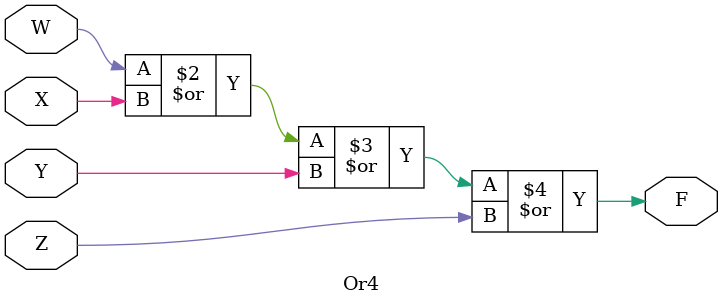
<source format=v>
`timescale 1 ns/1 ns

module Or4(W, X, Y, Z, F);
    
   input W, X, Y, Z;
   output F;
   reg F;

   always @(W, X, Y, Z) begin
	   F <= W | X | Y | Z;
   end				 

endmodule

</source>
